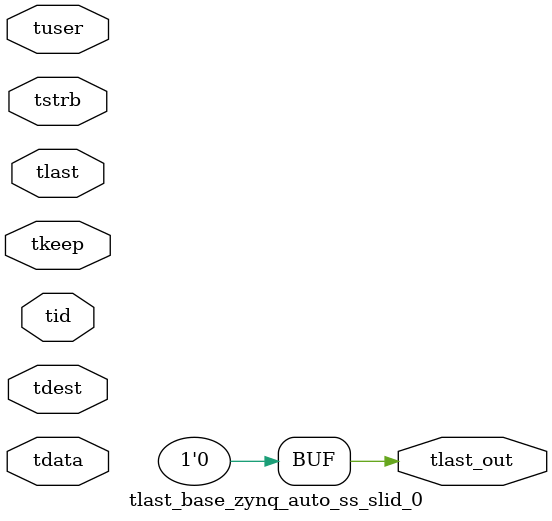
<source format=v>


`timescale 1ps/1ps

module tlast_base_zynq_auto_ss_slid_0 #
(
parameter C_S_AXIS_TID_WIDTH   = 1,
parameter C_S_AXIS_TUSER_WIDTH = 0,
parameter C_S_AXIS_TDATA_WIDTH = 0,
parameter C_S_AXIS_TDEST_WIDTH = 0
)
(
input  [(C_S_AXIS_TID_WIDTH   == 0 ? 1 : C_S_AXIS_TID_WIDTH)-1:0       ] tid,
input  [(C_S_AXIS_TDATA_WIDTH == 0 ? 1 : C_S_AXIS_TDATA_WIDTH)-1:0     ] tdata,
input  [(C_S_AXIS_TUSER_WIDTH == 0 ? 1 : C_S_AXIS_TUSER_WIDTH)-1:0     ] tuser,
input  [(C_S_AXIS_TDEST_WIDTH == 0 ? 1 : C_S_AXIS_TDEST_WIDTH)-1:0     ] tdest,
input  [(C_S_AXIS_TDATA_WIDTH/8)-1:0 ] tkeep,
input  [(C_S_AXIS_TDATA_WIDTH/8)-1:0 ] tstrb,
input  [0:0]                                                             tlast,
output                                                                   tlast_out
);

assign tlast_out = {1'b0};

endmodule


</source>
